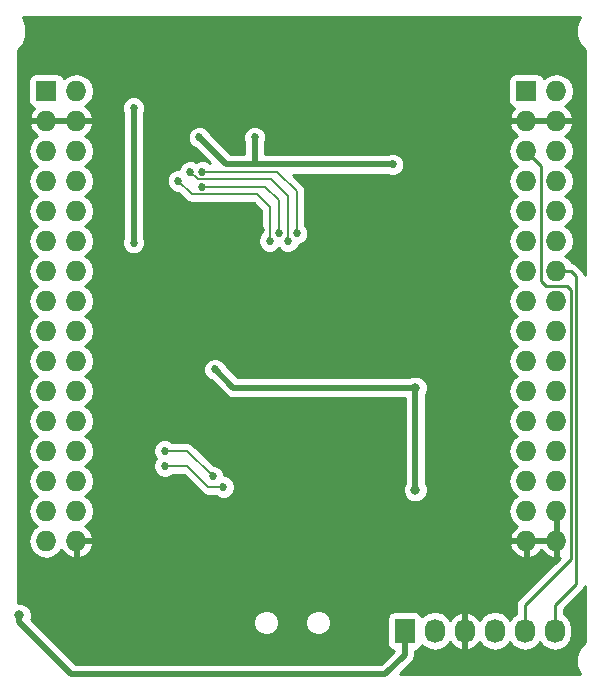
<source format=gbl>
G04 #@! TF.FileFunction,Copper,L2,Bot,Signal*
%FSLAX46Y46*%
G04 Gerber Fmt 4.6, Leading zero omitted, Abs format (unit mm)*
G04 Created by KiCad (PCBNEW 4.0.0-rc1-stable) date 10/23/2015 7:55:34 PM*
%MOMM*%
G01*
G04 APERTURE LIST*
%ADD10C,0.100000*%
%ADD11R,1.727200X2.032000*%
%ADD12O,1.727200X2.032000*%
%ADD13R,1.727200X1.727200*%
%ADD14O,1.727200X1.727200*%
%ADD15C,0.685800*%
%ADD16C,0.838200*%
%ADD17C,0.254000*%
%ADD18C,0.508000*%
%ADD19C,0.203200*%
G04 APERTURE END LIST*
D10*
D11*
X84963000Y-134620000D03*
D12*
X87503000Y-134620000D03*
X90043000Y-134620000D03*
X92583000Y-134620000D03*
X95123000Y-134620000D03*
X97663000Y-134620000D03*
D13*
X54610000Y-88900000D03*
D14*
X57150000Y-88900000D03*
X54610000Y-91440000D03*
X57150000Y-91440000D03*
X54610000Y-93980000D03*
X57150000Y-93980000D03*
X54610000Y-96520000D03*
X57150000Y-96520000D03*
X54610000Y-99060000D03*
X57150000Y-99060000D03*
X54610000Y-101600000D03*
X57150000Y-101600000D03*
X54610000Y-104140000D03*
X57150000Y-104140000D03*
X54610000Y-106680000D03*
X57150000Y-106680000D03*
X54610000Y-109220000D03*
X57150000Y-109220000D03*
X54610000Y-111760000D03*
X57150000Y-111760000D03*
X54610000Y-114300000D03*
X57150000Y-114300000D03*
X54610000Y-116840000D03*
X57150000Y-116840000D03*
X54610000Y-119380000D03*
X57150000Y-119380000D03*
X54610000Y-121920000D03*
X57150000Y-121920000D03*
X54610000Y-124460000D03*
X57150000Y-124460000D03*
X54610000Y-127000000D03*
X57150000Y-127000000D03*
D13*
X95250000Y-88900000D03*
D14*
X97790000Y-88900000D03*
X95250000Y-91440000D03*
X97790000Y-91440000D03*
X95250000Y-93980000D03*
X97790000Y-93980000D03*
X95250000Y-96520000D03*
X97790000Y-96520000D03*
X95250000Y-99060000D03*
X97790000Y-99060000D03*
X95250000Y-101600000D03*
X97790000Y-101600000D03*
X95250000Y-104140000D03*
X97790000Y-104140000D03*
X95250000Y-106680000D03*
X97790000Y-106680000D03*
X95250000Y-109220000D03*
X97790000Y-109220000D03*
X95250000Y-111760000D03*
X97790000Y-111760000D03*
X95250000Y-114300000D03*
X97790000Y-114300000D03*
X95250000Y-116840000D03*
X97790000Y-116840000D03*
X95250000Y-119380000D03*
X97790000Y-119380000D03*
X95250000Y-121920000D03*
X97790000Y-121920000D03*
X95250000Y-124460000D03*
X97790000Y-124460000D03*
X95250000Y-127000000D03*
X97790000Y-127000000D03*
D15*
X62103000Y-133350000D03*
X66675000Y-136906000D03*
X55245000Y-129921000D03*
X72771000Y-100711000D03*
X70866000Y-101854000D03*
X79756000Y-101727000D03*
X86868000Y-102743000D03*
X89027602Y-84852000D03*
X77038200Y-128066800D03*
X86487000Y-98044000D03*
X74563531Y-124079000D03*
X81588768Y-116150232D03*
X64055122Y-111331878D03*
X63317462Y-99750538D03*
X70204875Y-92837000D03*
X74295000Y-93091000D03*
X77167965Y-85217000D03*
X72263000Y-92837000D03*
X67564000Y-92837000D03*
X83947000Y-95123000D03*
X61999538Y-90320538D03*
X61999538Y-101750538D03*
X68882738Y-112473262D03*
D16*
X85852000Y-122682000D03*
X85852000Y-114046000D03*
X52324000Y-133306000D03*
D15*
X75819000Y-100965000D03*
X67818000Y-95758000D03*
X75057000Y-101600000D03*
X66802000Y-95758000D03*
X74295000Y-100965000D03*
X67818000Y-97028000D03*
X73533000Y-101600000D03*
X65786000Y-96520000D03*
X69596000Y-122428000D03*
X64653784Y-120650000D03*
X68707000Y-121539000D03*
X64633911Y-119380000D03*
D17*
X95250000Y-93980000D02*
X96520000Y-95250000D01*
X96520000Y-95250000D02*
X96520000Y-105029000D01*
X96520000Y-105029000D02*
X96901000Y-105410000D01*
X96901000Y-105410000D02*
X98679000Y-105410000D01*
X98679000Y-105410000D02*
X99060000Y-105791000D01*
X99060000Y-105791000D02*
X99060000Y-128524000D01*
X99060000Y-128524000D02*
X95123000Y-132461000D01*
X95123000Y-132461000D02*
X95123000Y-134620000D01*
D18*
X83947000Y-95123000D02*
X72290700Y-95123000D01*
X72290700Y-95123000D02*
X69850000Y-95123000D01*
X72263000Y-95095300D02*
X72290700Y-95123000D01*
X72263000Y-92837000D02*
X72263000Y-95095300D01*
X69850000Y-95123000D02*
X67564000Y-92837000D01*
X61999538Y-101750538D02*
X61999538Y-90320538D01*
X85852000Y-114046000D02*
X70455476Y-114046000D01*
X70455476Y-114046000D02*
X68882738Y-112473262D01*
X85852000Y-114638696D02*
X85852000Y-122682000D01*
X85852000Y-114046000D02*
X85852000Y-114638696D01*
X83312000Y-138303000D02*
X84963000Y-136652000D01*
X84963000Y-136652000D02*
X84963000Y-134620000D01*
X56728304Y-138303000D02*
X83312000Y-138303000D01*
X52324000Y-133306000D02*
X52324000Y-133898696D01*
X52324000Y-133898696D02*
X56728304Y-138303000D01*
D17*
X97790000Y-104140000D02*
X99011314Y-104140000D01*
X99466410Y-104595096D02*
X99466410Y-130657590D01*
X99011314Y-104140000D02*
X99466410Y-104595096D01*
X99466410Y-130657590D02*
X97663000Y-132461000D01*
X97663000Y-132461000D02*
X97663000Y-134620000D01*
X97790000Y-104140000D02*
X98552000Y-104140000D01*
D19*
X67818000Y-95758000D02*
X74168000Y-95758000D01*
X74168000Y-95758000D02*
X75819000Y-97409000D01*
X75819000Y-97409000D02*
X75819000Y-100965000D01*
X66802000Y-95758000D02*
X67437000Y-96393000D01*
X67437000Y-96393000D02*
X73660000Y-96393000D01*
X73660000Y-96393000D02*
X75057000Y-97790000D01*
X75057000Y-97790000D02*
X75057000Y-101600000D01*
X67818000Y-97028000D02*
X73152000Y-97028000D01*
X73152000Y-97028000D02*
X74295000Y-98171000D01*
X74295000Y-98171000D02*
X74295000Y-100965000D01*
X66929000Y-97663000D02*
X72466198Y-97663000D01*
X72466198Y-97663000D02*
X73533000Y-98729802D01*
X65786000Y-96520000D02*
X66929000Y-97663000D01*
X73533000Y-98729802D02*
X73533000Y-101600000D01*
X68326000Y-122428000D02*
X69596000Y-122428000D01*
X66548000Y-120650000D02*
X68326000Y-122428000D01*
X65138717Y-120650000D02*
X66548000Y-120650000D01*
X64653784Y-120650000D02*
X65138717Y-120650000D01*
X66548000Y-119380000D02*
X68707000Y-121539000D01*
X65118844Y-119380000D02*
X66548000Y-119380000D01*
X64633911Y-119380000D02*
X65118844Y-119380000D01*
D17*
G36*
X99465372Y-83393459D02*
X99464630Y-84242815D01*
X99788980Y-85027800D01*
X100203000Y-85442543D01*
X100203000Y-104467352D01*
X100170406Y-104303491D01*
X100005225Y-104056281D01*
X99550129Y-103601185D01*
X99498236Y-103566511D01*
X99302919Y-103436004D01*
X99088136Y-103393281D01*
X98879029Y-103080330D01*
X98564248Y-102870000D01*
X98879029Y-102659670D01*
X99203885Y-102173489D01*
X99317959Y-101600000D01*
X99203885Y-101026511D01*
X98879029Y-100540330D01*
X98564248Y-100330000D01*
X98879029Y-100119670D01*
X99203885Y-99633489D01*
X99317959Y-99060000D01*
X99203885Y-98486511D01*
X98879029Y-98000330D01*
X98564248Y-97790000D01*
X98879029Y-97579670D01*
X99203885Y-97093489D01*
X99317959Y-96520000D01*
X99203885Y-95946511D01*
X98879029Y-95460330D01*
X98564248Y-95250000D01*
X98879029Y-95039670D01*
X99203885Y-94553489D01*
X99317959Y-93980000D01*
X99203885Y-93406511D01*
X98879029Y-92920330D01*
X98555772Y-92704336D01*
X98678490Y-92646821D01*
X99072688Y-92214947D01*
X99244958Y-91799026D01*
X99123817Y-91567000D01*
X97917000Y-91567000D01*
X97917000Y-91587000D01*
X97663000Y-91587000D01*
X97663000Y-91567000D01*
X95377000Y-91567000D01*
X95377000Y-91587000D01*
X95123000Y-91587000D01*
X95123000Y-91567000D01*
X93916183Y-91567000D01*
X93795042Y-91799026D01*
X93967312Y-92214947D01*
X94361510Y-92646821D01*
X94484228Y-92704336D01*
X94160971Y-92920330D01*
X93836115Y-93406511D01*
X93722041Y-93980000D01*
X93836115Y-94553489D01*
X94160971Y-95039670D01*
X94475752Y-95250000D01*
X94160971Y-95460330D01*
X93836115Y-95946511D01*
X93722041Y-96520000D01*
X93836115Y-97093489D01*
X94160971Y-97579670D01*
X94475752Y-97790000D01*
X94160971Y-98000330D01*
X93836115Y-98486511D01*
X93722041Y-99060000D01*
X93836115Y-99633489D01*
X94160971Y-100119670D01*
X94475752Y-100330000D01*
X94160971Y-100540330D01*
X93836115Y-101026511D01*
X93722041Y-101600000D01*
X93836115Y-102173489D01*
X94160971Y-102659670D01*
X94475752Y-102870000D01*
X94160971Y-103080330D01*
X93836115Y-103566511D01*
X93722041Y-104140000D01*
X93836115Y-104713489D01*
X94160971Y-105199670D01*
X94475752Y-105410000D01*
X94160971Y-105620330D01*
X93836115Y-106106511D01*
X93722041Y-106680000D01*
X93836115Y-107253489D01*
X94160971Y-107739670D01*
X94475752Y-107950000D01*
X94160971Y-108160330D01*
X93836115Y-108646511D01*
X93722041Y-109220000D01*
X93836115Y-109793489D01*
X94160971Y-110279670D01*
X94475752Y-110490000D01*
X94160971Y-110700330D01*
X93836115Y-111186511D01*
X93722041Y-111760000D01*
X93836115Y-112333489D01*
X94160971Y-112819670D01*
X94475752Y-113030000D01*
X94160971Y-113240330D01*
X93836115Y-113726511D01*
X93722041Y-114300000D01*
X93836115Y-114873489D01*
X94160971Y-115359670D01*
X94475752Y-115570000D01*
X94160971Y-115780330D01*
X93836115Y-116266511D01*
X93722041Y-116840000D01*
X93836115Y-117413489D01*
X94160971Y-117899670D01*
X94475752Y-118110000D01*
X94160971Y-118320330D01*
X93836115Y-118806511D01*
X93722041Y-119380000D01*
X93836115Y-119953489D01*
X94160971Y-120439670D01*
X94475752Y-120650000D01*
X94160971Y-120860330D01*
X93836115Y-121346511D01*
X93722041Y-121920000D01*
X93836115Y-122493489D01*
X94160971Y-122979670D01*
X94475752Y-123190000D01*
X94160971Y-123400330D01*
X93836115Y-123886511D01*
X93722041Y-124460000D01*
X93836115Y-125033489D01*
X94160971Y-125519670D01*
X94484228Y-125735664D01*
X94361510Y-125793179D01*
X93967312Y-126225053D01*
X93795042Y-126640974D01*
X93916183Y-126873000D01*
X95123000Y-126873000D01*
X95123000Y-126853000D01*
X95377000Y-126853000D01*
X95377000Y-126873000D01*
X97663000Y-126873000D01*
X97663000Y-124587000D01*
X97643000Y-124587000D01*
X97643000Y-124333000D01*
X97663000Y-124333000D01*
X97663000Y-124313000D01*
X97917000Y-124313000D01*
X97917000Y-124333000D01*
X97937000Y-124333000D01*
X97937000Y-124587000D01*
X97917000Y-124587000D01*
X97917000Y-126873000D01*
X97937000Y-126873000D01*
X97937000Y-127127000D01*
X97917000Y-127127000D01*
X97917000Y-128334469D01*
X98084771Y-128421598D01*
X94584185Y-131922185D01*
X94419004Y-132169395D01*
X94361000Y-132461000D01*
X94361000Y-133176688D01*
X94063330Y-133375585D01*
X93853000Y-133690366D01*
X93642670Y-133375585D01*
X93156489Y-133050729D01*
X92583000Y-132936655D01*
X92009511Y-133050729D01*
X91523330Y-133375585D01*
X91316539Y-133685069D01*
X90945036Y-133269268D01*
X90417791Y-133015291D01*
X90402026Y-133012642D01*
X90170000Y-133133783D01*
X90170000Y-134493000D01*
X90190000Y-134493000D01*
X90190000Y-134747000D01*
X90170000Y-134747000D01*
X90170000Y-136106217D01*
X90402026Y-136227358D01*
X90417791Y-136224709D01*
X90945036Y-135970732D01*
X91316539Y-135554931D01*
X91523330Y-135864415D01*
X92009511Y-136189271D01*
X92583000Y-136303345D01*
X93156489Y-136189271D01*
X93642670Y-135864415D01*
X93853000Y-135549634D01*
X94063330Y-135864415D01*
X94549511Y-136189271D01*
X95123000Y-136303345D01*
X95696489Y-136189271D01*
X96182670Y-135864415D01*
X96393000Y-135549634D01*
X96603330Y-135864415D01*
X97089511Y-136189271D01*
X97663000Y-136303345D01*
X98236489Y-136189271D01*
X98722670Y-135864415D01*
X99047526Y-135378234D01*
X99161600Y-134804745D01*
X99161600Y-134435255D01*
X99047526Y-133861766D01*
X98722670Y-133375585D01*
X98425000Y-133176688D01*
X98425000Y-132776630D01*
X100005225Y-131196405D01*
X100170406Y-130949195D01*
X100203000Y-130785334D01*
X100203000Y-135537850D01*
X99791091Y-135949041D01*
X99465372Y-136733459D01*
X99464630Y-137582815D01*
X99762205Y-138303000D01*
X84569236Y-138303000D01*
X85591618Y-137280618D01*
X85784330Y-136992205D01*
X85852000Y-136652000D01*
X85852000Y-136278661D01*
X86061917Y-136239162D01*
X86278041Y-136100090D01*
X86423031Y-135887890D01*
X86431400Y-135846561D01*
X86443330Y-135864415D01*
X86929511Y-136189271D01*
X87503000Y-136303345D01*
X88076489Y-136189271D01*
X88562670Y-135864415D01*
X88769461Y-135554931D01*
X89140964Y-135970732D01*
X89668209Y-136224709D01*
X89683974Y-136227358D01*
X89916000Y-136106217D01*
X89916000Y-134747000D01*
X89896000Y-134747000D01*
X89896000Y-134493000D01*
X89916000Y-134493000D01*
X89916000Y-133133783D01*
X89683974Y-133012642D01*
X89668209Y-133015291D01*
X89140964Y-133269268D01*
X88769461Y-133685069D01*
X88562670Y-133375585D01*
X88076489Y-133050729D01*
X87503000Y-132936655D01*
X86929511Y-133050729D01*
X86443330Y-133375585D01*
X86433757Y-133389913D01*
X86429762Y-133368683D01*
X86290690Y-133152559D01*
X86078490Y-133007569D01*
X85826600Y-132956560D01*
X84099400Y-132956560D01*
X83864083Y-133000838D01*
X83647959Y-133139910D01*
X83502969Y-133352110D01*
X83451960Y-133604000D01*
X83451960Y-135636000D01*
X83496238Y-135871317D01*
X83635310Y-136087441D01*
X83847510Y-136232431D01*
X84074000Y-136278296D01*
X84074000Y-136283764D01*
X82943764Y-137414000D01*
X57096540Y-137414000D01*
X53793430Y-134110890D01*
X72153592Y-134110890D01*
X72318362Y-134509663D01*
X72623193Y-134815026D01*
X73021677Y-134980491D01*
X73453150Y-134980868D01*
X73851923Y-134816098D01*
X74157286Y-134511267D01*
X74322751Y-134112783D01*
X74322752Y-134110890D01*
X76552872Y-134110890D01*
X76717642Y-134509663D01*
X77022473Y-134815026D01*
X77420957Y-134980491D01*
X77852430Y-134980868D01*
X78251203Y-134816098D01*
X78556566Y-134511267D01*
X78722031Y-134112783D01*
X78722408Y-133681310D01*
X78557638Y-133282537D01*
X78252807Y-132977174D01*
X77854323Y-132811709D01*
X77422850Y-132811332D01*
X77024077Y-132976102D01*
X76718714Y-133280933D01*
X76553249Y-133679417D01*
X76552872Y-134110890D01*
X74322752Y-134110890D01*
X74323128Y-133681310D01*
X74158358Y-133282537D01*
X73853527Y-132977174D01*
X73455043Y-132811709D01*
X73023570Y-132811332D01*
X72624797Y-132976102D01*
X72319434Y-133280933D01*
X72153969Y-133679417D01*
X72153592Y-134110890D01*
X53793430Y-134110890D01*
X53325461Y-133642921D01*
X53377917Y-133516593D01*
X53378283Y-133097246D01*
X53218144Y-132709680D01*
X52921879Y-132412899D01*
X52534593Y-132252083D01*
X52197000Y-132251788D01*
X52197000Y-93980000D01*
X53082041Y-93980000D01*
X53196115Y-94553489D01*
X53520971Y-95039670D01*
X53835752Y-95250000D01*
X53520971Y-95460330D01*
X53196115Y-95946511D01*
X53082041Y-96520000D01*
X53196115Y-97093489D01*
X53520971Y-97579670D01*
X53835752Y-97790000D01*
X53520971Y-98000330D01*
X53196115Y-98486511D01*
X53082041Y-99060000D01*
X53196115Y-99633489D01*
X53520971Y-100119670D01*
X53835752Y-100330000D01*
X53520971Y-100540330D01*
X53196115Y-101026511D01*
X53082041Y-101600000D01*
X53196115Y-102173489D01*
X53520971Y-102659670D01*
X53835752Y-102870000D01*
X53520971Y-103080330D01*
X53196115Y-103566511D01*
X53082041Y-104140000D01*
X53196115Y-104713489D01*
X53520971Y-105199670D01*
X53835752Y-105410000D01*
X53520971Y-105620330D01*
X53196115Y-106106511D01*
X53082041Y-106680000D01*
X53196115Y-107253489D01*
X53520971Y-107739670D01*
X53835752Y-107950000D01*
X53520971Y-108160330D01*
X53196115Y-108646511D01*
X53082041Y-109220000D01*
X53196115Y-109793489D01*
X53520971Y-110279670D01*
X53835752Y-110490000D01*
X53520971Y-110700330D01*
X53196115Y-111186511D01*
X53082041Y-111760000D01*
X53196115Y-112333489D01*
X53520971Y-112819670D01*
X53835752Y-113030000D01*
X53520971Y-113240330D01*
X53196115Y-113726511D01*
X53082041Y-114300000D01*
X53196115Y-114873489D01*
X53520971Y-115359670D01*
X53835752Y-115570000D01*
X53520971Y-115780330D01*
X53196115Y-116266511D01*
X53082041Y-116840000D01*
X53196115Y-117413489D01*
X53520971Y-117899670D01*
X53835752Y-118110000D01*
X53520971Y-118320330D01*
X53196115Y-118806511D01*
X53082041Y-119380000D01*
X53196115Y-119953489D01*
X53520971Y-120439670D01*
X53835752Y-120650000D01*
X53520971Y-120860330D01*
X53196115Y-121346511D01*
X53082041Y-121920000D01*
X53196115Y-122493489D01*
X53520971Y-122979670D01*
X53835752Y-123190000D01*
X53520971Y-123400330D01*
X53196115Y-123886511D01*
X53082041Y-124460000D01*
X53196115Y-125033489D01*
X53520971Y-125519670D01*
X53835752Y-125730000D01*
X53520971Y-125940330D01*
X53196115Y-126426511D01*
X53082041Y-127000000D01*
X53196115Y-127573489D01*
X53520971Y-128059670D01*
X54007152Y-128384526D01*
X54580641Y-128498600D01*
X54639359Y-128498600D01*
X55212848Y-128384526D01*
X55699029Y-128059670D01*
X55879992Y-127788839D01*
X56261510Y-128206821D01*
X56790973Y-128454968D01*
X57023000Y-128334469D01*
X57023000Y-127127000D01*
X57277000Y-127127000D01*
X57277000Y-128334469D01*
X57509027Y-128454968D01*
X58038490Y-128206821D01*
X58432688Y-127774947D01*
X58604958Y-127359026D01*
X93795042Y-127359026D01*
X93967312Y-127774947D01*
X94361510Y-128206821D01*
X94890973Y-128454968D01*
X95123000Y-128334469D01*
X95123000Y-127127000D01*
X95377000Y-127127000D01*
X95377000Y-128334469D01*
X95609027Y-128454968D01*
X96138490Y-128206821D01*
X96520000Y-127788848D01*
X96901510Y-128206821D01*
X97430973Y-128454968D01*
X97663000Y-128334469D01*
X97663000Y-127127000D01*
X95377000Y-127127000D01*
X95123000Y-127127000D01*
X93916183Y-127127000D01*
X93795042Y-127359026D01*
X58604958Y-127359026D01*
X58483817Y-127127000D01*
X57277000Y-127127000D01*
X57023000Y-127127000D01*
X57003000Y-127127000D01*
X57003000Y-126873000D01*
X57023000Y-126873000D01*
X57023000Y-126853000D01*
X57277000Y-126853000D01*
X57277000Y-126873000D01*
X58483817Y-126873000D01*
X58604958Y-126640974D01*
X58432688Y-126225053D01*
X58038490Y-125793179D01*
X57915772Y-125735664D01*
X58239029Y-125519670D01*
X58563885Y-125033489D01*
X58677959Y-124460000D01*
X58563885Y-123886511D01*
X58239029Y-123400330D01*
X57924248Y-123190000D01*
X58239029Y-122979670D01*
X58563885Y-122493489D01*
X58677959Y-121920000D01*
X58563885Y-121346511D01*
X58239029Y-120860330D01*
X57924248Y-120650000D01*
X58239029Y-120439670D01*
X58563885Y-119953489D01*
X58639437Y-119573663D01*
X63655842Y-119573663D01*
X63804404Y-119933212D01*
X63895870Y-120024838D01*
X63825244Y-120095341D01*
X63676054Y-120454630D01*
X63675715Y-120843663D01*
X63824277Y-121203212D01*
X64099125Y-121478540D01*
X64458414Y-121627730D01*
X64847447Y-121628069D01*
X65206996Y-121479507D01*
X65300065Y-121386600D01*
X66242890Y-121386600D01*
X67805145Y-122948855D01*
X68044115Y-123108530D01*
X68326000Y-123164600D01*
X68949561Y-123164600D01*
X69041341Y-123256540D01*
X69400630Y-123405730D01*
X69789663Y-123406069D01*
X70149212Y-123257507D01*
X70424540Y-122982659D01*
X70573730Y-122623370D01*
X70574069Y-122234337D01*
X70425507Y-121874788D01*
X70150659Y-121599460D01*
X69791370Y-121450270D01*
X69684978Y-121450177D01*
X69685069Y-121345337D01*
X69536507Y-120985788D01*
X69261659Y-120710460D01*
X68902370Y-120561270D01*
X68770865Y-120561155D01*
X67068855Y-118859145D01*
X66829885Y-118699470D01*
X66548000Y-118643400D01*
X65280350Y-118643400D01*
X65188570Y-118551460D01*
X64829281Y-118402270D01*
X64440248Y-118401931D01*
X64080699Y-118550493D01*
X63805371Y-118825341D01*
X63656181Y-119184630D01*
X63655842Y-119573663D01*
X58639437Y-119573663D01*
X58677959Y-119380000D01*
X58563885Y-118806511D01*
X58239029Y-118320330D01*
X57924248Y-118110000D01*
X58239029Y-117899670D01*
X58563885Y-117413489D01*
X58677959Y-116840000D01*
X58563885Y-116266511D01*
X58239029Y-115780330D01*
X57924248Y-115570000D01*
X58239029Y-115359670D01*
X58563885Y-114873489D01*
X58677959Y-114300000D01*
X58563885Y-113726511D01*
X58239029Y-113240330D01*
X57924248Y-113030000D01*
X58239029Y-112819670D01*
X58341090Y-112666925D01*
X67904669Y-112666925D01*
X68053231Y-113026474D01*
X68328079Y-113301802D01*
X68543488Y-113391248D01*
X69826858Y-114674618D01*
X70115270Y-114867329D01*
X70455476Y-114935000D01*
X84963000Y-114935000D01*
X84963000Y-122080027D01*
X84958899Y-122084121D01*
X84798083Y-122471407D01*
X84797717Y-122890754D01*
X84957856Y-123278320D01*
X85254121Y-123575101D01*
X85641407Y-123735917D01*
X86060754Y-123736283D01*
X86448320Y-123576144D01*
X86745101Y-123279879D01*
X86905917Y-122892593D01*
X86906283Y-122473246D01*
X86746144Y-122085680D01*
X86741000Y-122080527D01*
X86741000Y-114647973D01*
X86745101Y-114643879D01*
X86905917Y-114256593D01*
X86906283Y-113837246D01*
X86746144Y-113449680D01*
X86449879Y-113152899D01*
X86062593Y-112992083D01*
X85643246Y-112991717D01*
X85255680Y-113151856D01*
X85250527Y-113157000D01*
X70823712Y-113157000D01*
X69800601Y-112133889D01*
X69712245Y-111920050D01*
X69437397Y-111644722D01*
X69078108Y-111495532D01*
X68689075Y-111495193D01*
X68329526Y-111643755D01*
X68054198Y-111918603D01*
X67905008Y-112277892D01*
X67904669Y-112666925D01*
X58341090Y-112666925D01*
X58563885Y-112333489D01*
X58677959Y-111760000D01*
X58563885Y-111186511D01*
X58239029Y-110700330D01*
X57924248Y-110490000D01*
X58239029Y-110279670D01*
X58563885Y-109793489D01*
X58677959Y-109220000D01*
X58563885Y-108646511D01*
X58239029Y-108160330D01*
X57924248Y-107950000D01*
X58239029Y-107739670D01*
X58563885Y-107253489D01*
X58677959Y-106680000D01*
X58563885Y-106106511D01*
X58239029Y-105620330D01*
X57924248Y-105410000D01*
X58239029Y-105199670D01*
X58563885Y-104713489D01*
X58677959Y-104140000D01*
X58563885Y-103566511D01*
X58239029Y-103080330D01*
X57924248Y-102870000D01*
X58239029Y-102659670D01*
X58563885Y-102173489D01*
X58677959Y-101600000D01*
X58563885Y-101026511D01*
X58239029Y-100540330D01*
X57924248Y-100330000D01*
X58239029Y-100119670D01*
X58563885Y-99633489D01*
X58677959Y-99060000D01*
X58563885Y-98486511D01*
X58239029Y-98000330D01*
X57924248Y-97790000D01*
X58239029Y-97579670D01*
X58563885Y-97093489D01*
X58677959Y-96520000D01*
X58563885Y-95946511D01*
X58239029Y-95460330D01*
X57924248Y-95250000D01*
X58239029Y-95039670D01*
X58563885Y-94553489D01*
X58677959Y-93980000D01*
X58563885Y-93406511D01*
X58239029Y-92920330D01*
X57915772Y-92704336D01*
X58038490Y-92646821D01*
X58432688Y-92214947D01*
X58604958Y-91799026D01*
X58483817Y-91567000D01*
X57277000Y-91567000D01*
X57277000Y-91587000D01*
X57023000Y-91587000D01*
X57023000Y-91567000D01*
X54737000Y-91567000D01*
X54737000Y-91587000D01*
X54483000Y-91587000D01*
X54483000Y-91567000D01*
X53276183Y-91567000D01*
X53155042Y-91799026D01*
X53327312Y-92214947D01*
X53721510Y-92646821D01*
X53844228Y-92704336D01*
X53520971Y-92920330D01*
X53196115Y-93406511D01*
X53082041Y-93980000D01*
X52197000Y-93980000D01*
X52197000Y-88036400D01*
X53098960Y-88036400D01*
X53098960Y-89763600D01*
X53143238Y-89998917D01*
X53282310Y-90215041D01*
X53494510Y-90360031D01*
X53588375Y-90379039D01*
X53327312Y-90665053D01*
X53155042Y-91080974D01*
X53276183Y-91313000D01*
X54483000Y-91313000D01*
X54483000Y-91293000D01*
X54737000Y-91293000D01*
X54737000Y-91313000D01*
X57023000Y-91313000D01*
X57023000Y-91293000D01*
X57277000Y-91293000D01*
X57277000Y-91313000D01*
X58483817Y-91313000D01*
X58604958Y-91080974D01*
X58432688Y-90665053D01*
X58294997Y-90514201D01*
X61021469Y-90514201D01*
X61110538Y-90729765D01*
X61110538Y-101341483D01*
X61021808Y-101555168D01*
X61021469Y-101944201D01*
X61170031Y-102303750D01*
X61444879Y-102579078D01*
X61804168Y-102728268D01*
X62193201Y-102728607D01*
X62552750Y-102580045D01*
X62828078Y-102305197D01*
X62977268Y-101945908D01*
X62977607Y-101556875D01*
X62888538Y-101341311D01*
X62888538Y-96713663D01*
X64807931Y-96713663D01*
X64956493Y-97073212D01*
X65231341Y-97348540D01*
X65590630Y-97497730D01*
X65722135Y-97497845D01*
X66408145Y-98183855D01*
X66647115Y-98343530D01*
X66929000Y-98399600D01*
X72161088Y-98399600D01*
X72796400Y-99034912D01*
X72796400Y-100953561D01*
X72704460Y-101045341D01*
X72555270Y-101404630D01*
X72554931Y-101793663D01*
X72703493Y-102153212D01*
X72978341Y-102428540D01*
X73337630Y-102577730D01*
X73726663Y-102578069D01*
X74086212Y-102429507D01*
X74295123Y-102220960D01*
X74502341Y-102428540D01*
X74861630Y-102577730D01*
X75250663Y-102578069D01*
X75610212Y-102429507D01*
X75885540Y-102154659D01*
X75973414Y-101943035D01*
X76012663Y-101943069D01*
X76372212Y-101794507D01*
X76647540Y-101519659D01*
X76796730Y-101160370D01*
X76797069Y-100771337D01*
X76648507Y-100411788D01*
X76555600Y-100318719D01*
X76555600Y-97409000D01*
X76499530Y-97127115D01*
X76339855Y-96888145D01*
X75463710Y-96012000D01*
X83537945Y-96012000D01*
X83751630Y-96100730D01*
X84140663Y-96101069D01*
X84500212Y-95952507D01*
X84775540Y-95677659D01*
X84924730Y-95318370D01*
X84925069Y-94929337D01*
X84776507Y-94569788D01*
X84501659Y-94294460D01*
X84142370Y-94145270D01*
X83753337Y-94144931D01*
X83537773Y-94234000D01*
X73152000Y-94234000D01*
X73152000Y-93246055D01*
X73240730Y-93032370D01*
X73241069Y-92643337D01*
X73092507Y-92283788D01*
X72817659Y-92008460D01*
X72458370Y-91859270D01*
X72069337Y-91858931D01*
X71709788Y-92007493D01*
X71434460Y-92282341D01*
X71285270Y-92641630D01*
X71284931Y-93030663D01*
X71374000Y-93246227D01*
X71374000Y-94234000D01*
X70218236Y-94234000D01*
X68481863Y-92497627D01*
X68393507Y-92283788D01*
X68118659Y-92008460D01*
X67759370Y-91859270D01*
X67370337Y-91858931D01*
X67010788Y-92007493D01*
X66735460Y-92282341D01*
X66586270Y-92641630D01*
X66585931Y-93030663D01*
X66734493Y-93390212D01*
X67009341Y-93665540D01*
X67224750Y-93754986D01*
X68491164Y-95021400D01*
X68464439Y-95021400D01*
X68372659Y-94929460D01*
X68013370Y-94780270D01*
X67624337Y-94779931D01*
X67309670Y-94909948D01*
X66997370Y-94780270D01*
X66608337Y-94779931D01*
X66248788Y-94928493D01*
X65973460Y-95203341D01*
X65832778Y-95542141D01*
X65592337Y-95541931D01*
X65232788Y-95690493D01*
X64957460Y-95965341D01*
X64808270Y-96324630D01*
X64807931Y-96713663D01*
X62888538Y-96713663D01*
X62888538Y-90729593D01*
X62977268Y-90515908D01*
X62977607Y-90126875D01*
X62829045Y-89767326D01*
X62554197Y-89491998D01*
X62194908Y-89342808D01*
X61805875Y-89342469D01*
X61446326Y-89491031D01*
X61170998Y-89765879D01*
X61021808Y-90125168D01*
X61021469Y-90514201D01*
X58294997Y-90514201D01*
X58038490Y-90233179D01*
X57915772Y-90175664D01*
X58239029Y-89959670D01*
X58563885Y-89473489D01*
X58677959Y-88900000D01*
X58563885Y-88326511D01*
X58370039Y-88036400D01*
X93738960Y-88036400D01*
X93738960Y-89763600D01*
X93783238Y-89998917D01*
X93922310Y-90215041D01*
X94134510Y-90360031D01*
X94228375Y-90379039D01*
X93967312Y-90665053D01*
X93795042Y-91080974D01*
X93916183Y-91313000D01*
X95123000Y-91313000D01*
X95123000Y-91293000D01*
X95377000Y-91293000D01*
X95377000Y-91313000D01*
X97663000Y-91313000D01*
X97663000Y-91293000D01*
X97917000Y-91293000D01*
X97917000Y-91313000D01*
X99123817Y-91313000D01*
X99244958Y-91080974D01*
X99072688Y-90665053D01*
X98678490Y-90233179D01*
X98555772Y-90175664D01*
X98879029Y-89959670D01*
X99203885Y-89473489D01*
X99317959Y-88900000D01*
X99203885Y-88326511D01*
X98879029Y-87840330D01*
X98392848Y-87515474D01*
X97819359Y-87401400D01*
X97760641Y-87401400D01*
X97187152Y-87515474D01*
X96721558Y-87826574D01*
X96716762Y-87801083D01*
X96577690Y-87584959D01*
X96365490Y-87439969D01*
X96113600Y-87388960D01*
X94386400Y-87388960D01*
X94151083Y-87433238D01*
X93934959Y-87572310D01*
X93789969Y-87784510D01*
X93738960Y-88036400D01*
X58370039Y-88036400D01*
X58239029Y-87840330D01*
X57752848Y-87515474D01*
X57179359Y-87401400D01*
X57120641Y-87401400D01*
X56547152Y-87515474D01*
X56081558Y-87826574D01*
X56076762Y-87801083D01*
X55937690Y-87584959D01*
X55725490Y-87439969D01*
X55473600Y-87388960D01*
X53746400Y-87388960D01*
X53511083Y-87433238D01*
X53294959Y-87572310D01*
X53149969Y-87784510D01*
X53098960Y-88036400D01*
X52197000Y-88036400D01*
X52197000Y-85442150D01*
X52608909Y-85030959D01*
X52934628Y-84246541D01*
X52935370Y-83397185D01*
X52637795Y-82677000D01*
X99762872Y-82677000D01*
X99465372Y-83393459D01*
X99465372Y-83393459D01*
G37*
X99465372Y-83393459D02*
X99464630Y-84242815D01*
X99788980Y-85027800D01*
X100203000Y-85442543D01*
X100203000Y-104467352D01*
X100170406Y-104303491D01*
X100005225Y-104056281D01*
X99550129Y-103601185D01*
X99498236Y-103566511D01*
X99302919Y-103436004D01*
X99088136Y-103393281D01*
X98879029Y-103080330D01*
X98564248Y-102870000D01*
X98879029Y-102659670D01*
X99203885Y-102173489D01*
X99317959Y-101600000D01*
X99203885Y-101026511D01*
X98879029Y-100540330D01*
X98564248Y-100330000D01*
X98879029Y-100119670D01*
X99203885Y-99633489D01*
X99317959Y-99060000D01*
X99203885Y-98486511D01*
X98879029Y-98000330D01*
X98564248Y-97790000D01*
X98879029Y-97579670D01*
X99203885Y-97093489D01*
X99317959Y-96520000D01*
X99203885Y-95946511D01*
X98879029Y-95460330D01*
X98564248Y-95250000D01*
X98879029Y-95039670D01*
X99203885Y-94553489D01*
X99317959Y-93980000D01*
X99203885Y-93406511D01*
X98879029Y-92920330D01*
X98555772Y-92704336D01*
X98678490Y-92646821D01*
X99072688Y-92214947D01*
X99244958Y-91799026D01*
X99123817Y-91567000D01*
X97917000Y-91567000D01*
X97917000Y-91587000D01*
X97663000Y-91587000D01*
X97663000Y-91567000D01*
X95377000Y-91567000D01*
X95377000Y-91587000D01*
X95123000Y-91587000D01*
X95123000Y-91567000D01*
X93916183Y-91567000D01*
X93795042Y-91799026D01*
X93967312Y-92214947D01*
X94361510Y-92646821D01*
X94484228Y-92704336D01*
X94160971Y-92920330D01*
X93836115Y-93406511D01*
X93722041Y-93980000D01*
X93836115Y-94553489D01*
X94160971Y-95039670D01*
X94475752Y-95250000D01*
X94160971Y-95460330D01*
X93836115Y-95946511D01*
X93722041Y-96520000D01*
X93836115Y-97093489D01*
X94160971Y-97579670D01*
X94475752Y-97790000D01*
X94160971Y-98000330D01*
X93836115Y-98486511D01*
X93722041Y-99060000D01*
X93836115Y-99633489D01*
X94160971Y-100119670D01*
X94475752Y-100330000D01*
X94160971Y-100540330D01*
X93836115Y-101026511D01*
X93722041Y-101600000D01*
X93836115Y-102173489D01*
X94160971Y-102659670D01*
X94475752Y-102870000D01*
X94160971Y-103080330D01*
X93836115Y-103566511D01*
X93722041Y-104140000D01*
X93836115Y-104713489D01*
X94160971Y-105199670D01*
X94475752Y-105410000D01*
X94160971Y-105620330D01*
X93836115Y-106106511D01*
X93722041Y-106680000D01*
X93836115Y-107253489D01*
X94160971Y-107739670D01*
X94475752Y-107950000D01*
X94160971Y-108160330D01*
X93836115Y-108646511D01*
X93722041Y-109220000D01*
X93836115Y-109793489D01*
X94160971Y-110279670D01*
X94475752Y-110490000D01*
X94160971Y-110700330D01*
X93836115Y-111186511D01*
X93722041Y-111760000D01*
X93836115Y-112333489D01*
X94160971Y-112819670D01*
X94475752Y-113030000D01*
X94160971Y-113240330D01*
X93836115Y-113726511D01*
X93722041Y-114300000D01*
X93836115Y-114873489D01*
X94160971Y-115359670D01*
X94475752Y-115570000D01*
X94160971Y-115780330D01*
X93836115Y-116266511D01*
X93722041Y-116840000D01*
X93836115Y-117413489D01*
X94160971Y-117899670D01*
X94475752Y-118110000D01*
X94160971Y-118320330D01*
X93836115Y-118806511D01*
X93722041Y-119380000D01*
X93836115Y-119953489D01*
X94160971Y-120439670D01*
X94475752Y-120650000D01*
X94160971Y-120860330D01*
X93836115Y-121346511D01*
X93722041Y-121920000D01*
X93836115Y-122493489D01*
X94160971Y-122979670D01*
X94475752Y-123190000D01*
X94160971Y-123400330D01*
X93836115Y-123886511D01*
X93722041Y-124460000D01*
X93836115Y-125033489D01*
X94160971Y-125519670D01*
X94484228Y-125735664D01*
X94361510Y-125793179D01*
X93967312Y-126225053D01*
X93795042Y-126640974D01*
X93916183Y-126873000D01*
X95123000Y-126873000D01*
X95123000Y-126853000D01*
X95377000Y-126853000D01*
X95377000Y-126873000D01*
X97663000Y-126873000D01*
X97663000Y-124587000D01*
X97643000Y-124587000D01*
X97643000Y-124333000D01*
X97663000Y-124333000D01*
X97663000Y-124313000D01*
X97917000Y-124313000D01*
X97917000Y-124333000D01*
X97937000Y-124333000D01*
X97937000Y-124587000D01*
X97917000Y-124587000D01*
X97917000Y-126873000D01*
X97937000Y-126873000D01*
X97937000Y-127127000D01*
X97917000Y-127127000D01*
X97917000Y-128334469D01*
X98084771Y-128421598D01*
X94584185Y-131922185D01*
X94419004Y-132169395D01*
X94361000Y-132461000D01*
X94361000Y-133176688D01*
X94063330Y-133375585D01*
X93853000Y-133690366D01*
X93642670Y-133375585D01*
X93156489Y-133050729D01*
X92583000Y-132936655D01*
X92009511Y-133050729D01*
X91523330Y-133375585D01*
X91316539Y-133685069D01*
X90945036Y-133269268D01*
X90417791Y-133015291D01*
X90402026Y-133012642D01*
X90170000Y-133133783D01*
X90170000Y-134493000D01*
X90190000Y-134493000D01*
X90190000Y-134747000D01*
X90170000Y-134747000D01*
X90170000Y-136106217D01*
X90402026Y-136227358D01*
X90417791Y-136224709D01*
X90945036Y-135970732D01*
X91316539Y-135554931D01*
X91523330Y-135864415D01*
X92009511Y-136189271D01*
X92583000Y-136303345D01*
X93156489Y-136189271D01*
X93642670Y-135864415D01*
X93853000Y-135549634D01*
X94063330Y-135864415D01*
X94549511Y-136189271D01*
X95123000Y-136303345D01*
X95696489Y-136189271D01*
X96182670Y-135864415D01*
X96393000Y-135549634D01*
X96603330Y-135864415D01*
X97089511Y-136189271D01*
X97663000Y-136303345D01*
X98236489Y-136189271D01*
X98722670Y-135864415D01*
X99047526Y-135378234D01*
X99161600Y-134804745D01*
X99161600Y-134435255D01*
X99047526Y-133861766D01*
X98722670Y-133375585D01*
X98425000Y-133176688D01*
X98425000Y-132776630D01*
X100005225Y-131196405D01*
X100170406Y-130949195D01*
X100203000Y-130785334D01*
X100203000Y-135537850D01*
X99791091Y-135949041D01*
X99465372Y-136733459D01*
X99464630Y-137582815D01*
X99762205Y-138303000D01*
X84569236Y-138303000D01*
X85591618Y-137280618D01*
X85784330Y-136992205D01*
X85852000Y-136652000D01*
X85852000Y-136278661D01*
X86061917Y-136239162D01*
X86278041Y-136100090D01*
X86423031Y-135887890D01*
X86431400Y-135846561D01*
X86443330Y-135864415D01*
X86929511Y-136189271D01*
X87503000Y-136303345D01*
X88076489Y-136189271D01*
X88562670Y-135864415D01*
X88769461Y-135554931D01*
X89140964Y-135970732D01*
X89668209Y-136224709D01*
X89683974Y-136227358D01*
X89916000Y-136106217D01*
X89916000Y-134747000D01*
X89896000Y-134747000D01*
X89896000Y-134493000D01*
X89916000Y-134493000D01*
X89916000Y-133133783D01*
X89683974Y-133012642D01*
X89668209Y-133015291D01*
X89140964Y-133269268D01*
X88769461Y-133685069D01*
X88562670Y-133375585D01*
X88076489Y-133050729D01*
X87503000Y-132936655D01*
X86929511Y-133050729D01*
X86443330Y-133375585D01*
X86433757Y-133389913D01*
X86429762Y-133368683D01*
X86290690Y-133152559D01*
X86078490Y-133007569D01*
X85826600Y-132956560D01*
X84099400Y-132956560D01*
X83864083Y-133000838D01*
X83647959Y-133139910D01*
X83502969Y-133352110D01*
X83451960Y-133604000D01*
X83451960Y-135636000D01*
X83496238Y-135871317D01*
X83635310Y-136087441D01*
X83847510Y-136232431D01*
X84074000Y-136278296D01*
X84074000Y-136283764D01*
X82943764Y-137414000D01*
X57096540Y-137414000D01*
X53793430Y-134110890D01*
X72153592Y-134110890D01*
X72318362Y-134509663D01*
X72623193Y-134815026D01*
X73021677Y-134980491D01*
X73453150Y-134980868D01*
X73851923Y-134816098D01*
X74157286Y-134511267D01*
X74322751Y-134112783D01*
X74322752Y-134110890D01*
X76552872Y-134110890D01*
X76717642Y-134509663D01*
X77022473Y-134815026D01*
X77420957Y-134980491D01*
X77852430Y-134980868D01*
X78251203Y-134816098D01*
X78556566Y-134511267D01*
X78722031Y-134112783D01*
X78722408Y-133681310D01*
X78557638Y-133282537D01*
X78252807Y-132977174D01*
X77854323Y-132811709D01*
X77422850Y-132811332D01*
X77024077Y-132976102D01*
X76718714Y-133280933D01*
X76553249Y-133679417D01*
X76552872Y-134110890D01*
X74322752Y-134110890D01*
X74323128Y-133681310D01*
X74158358Y-133282537D01*
X73853527Y-132977174D01*
X73455043Y-132811709D01*
X73023570Y-132811332D01*
X72624797Y-132976102D01*
X72319434Y-133280933D01*
X72153969Y-133679417D01*
X72153592Y-134110890D01*
X53793430Y-134110890D01*
X53325461Y-133642921D01*
X53377917Y-133516593D01*
X53378283Y-133097246D01*
X53218144Y-132709680D01*
X52921879Y-132412899D01*
X52534593Y-132252083D01*
X52197000Y-132251788D01*
X52197000Y-93980000D01*
X53082041Y-93980000D01*
X53196115Y-94553489D01*
X53520971Y-95039670D01*
X53835752Y-95250000D01*
X53520971Y-95460330D01*
X53196115Y-95946511D01*
X53082041Y-96520000D01*
X53196115Y-97093489D01*
X53520971Y-97579670D01*
X53835752Y-97790000D01*
X53520971Y-98000330D01*
X53196115Y-98486511D01*
X53082041Y-99060000D01*
X53196115Y-99633489D01*
X53520971Y-100119670D01*
X53835752Y-100330000D01*
X53520971Y-100540330D01*
X53196115Y-101026511D01*
X53082041Y-101600000D01*
X53196115Y-102173489D01*
X53520971Y-102659670D01*
X53835752Y-102870000D01*
X53520971Y-103080330D01*
X53196115Y-103566511D01*
X53082041Y-104140000D01*
X53196115Y-104713489D01*
X53520971Y-105199670D01*
X53835752Y-105410000D01*
X53520971Y-105620330D01*
X53196115Y-106106511D01*
X53082041Y-106680000D01*
X53196115Y-107253489D01*
X53520971Y-107739670D01*
X53835752Y-107950000D01*
X53520971Y-108160330D01*
X53196115Y-108646511D01*
X53082041Y-109220000D01*
X53196115Y-109793489D01*
X53520971Y-110279670D01*
X53835752Y-110490000D01*
X53520971Y-110700330D01*
X53196115Y-111186511D01*
X53082041Y-111760000D01*
X53196115Y-112333489D01*
X53520971Y-112819670D01*
X53835752Y-113030000D01*
X53520971Y-113240330D01*
X53196115Y-113726511D01*
X53082041Y-114300000D01*
X53196115Y-114873489D01*
X53520971Y-115359670D01*
X53835752Y-115570000D01*
X53520971Y-115780330D01*
X53196115Y-116266511D01*
X53082041Y-116840000D01*
X53196115Y-117413489D01*
X53520971Y-117899670D01*
X53835752Y-118110000D01*
X53520971Y-118320330D01*
X53196115Y-118806511D01*
X53082041Y-119380000D01*
X53196115Y-119953489D01*
X53520971Y-120439670D01*
X53835752Y-120650000D01*
X53520971Y-120860330D01*
X53196115Y-121346511D01*
X53082041Y-121920000D01*
X53196115Y-122493489D01*
X53520971Y-122979670D01*
X53835752Y-123190000D01*
X53520971Y-123400330D01*
X53196115Y-123886511D01*
X53082041Y-124460000D01*
X53196115Y-125033489D01*
X53520971Y-125519670D01*
X53835752Y-125730000D01*
X53520971Y-125940330D01*
X53196115Y-126426511D01*
X53082041Y-127000000D01*
X53196115Y-127573489D01*
X53520971Y-128059670D01*
X54007152Y-128384526D01*
X54580641Y-128498600D01*
X54639359Y-128498600D01*
X55212848Y-128384526D01*
X55699029Y-128059670D01*
X55879992Y-127788839D01*
X56261510Y-128206821D01*
X56790973Y-128454968D01*
X57023000Y-128334469D01*
X57023000Y-127127000D01*
X57277000Y-127127000D01*
X57277000Y-128334469D01*
X57509027Y-128454968D01*
X58038490Y-128206821D01*
X58432688Y-127774947D01*
X58604958Y-127359026D01*
X93795042Y-127359026D01*
X93967312Y-127774947D01*
X94361510Y-128206821D01*
X94890973Y-128454968D01*
X95123000Y-128334469D01*
X95123000Y-127127000D01*
X95377000Y-127127000D01*
X95377000Y-128334469D01*
X95609027Y-128454968D01*
X96138490Y-128206821D01*
X96520000Y-127788848D01*
X96901510Y-128206821D01*
X97430973Y-128454968D01*
X97663000Y-128334469D01*
X97663000Y-127127000D01*
X95377000Y-127127000D01*
X95123000Y-127127000D01*
X93916183Y-127127000D01*
X93795042Y-127359026D01*
X58604958Y-127359026D01*
X58483817Y-127127000D01*
X57277000Y-127127000D01*
X57023000Y-127127000D01*
X57003000Y-127127000D01*
X57003000Y-126873000D01*
X57023000Y-126873000D01*
X57023000Y-126853000D01*
X57277000Y-126853000D01*
X57277000Y-126873000D01*
X58483817Y-126873000D01*
X58604958Y-126640974D01*
X58432688Y-126225053D01*
X58038490Y-125793179D01*
X57915772Y-125735664D01*
X58239029Y-125519670D01*
X58563885Y-125033489D01*
X58677959Y-124460000D01*
X58563885Y-123886511D01*
X58239029Y-123400330D01*
X57924248Y-123190000D01*
X58239029Y-122979670D01*
X58563885Y-122493489D01*
X58677959Y-121920000D01*
X58563885Y-121346511D01*
X58239029Y-120860330D01*
X57924248Y-120650000D01*
X58239029Y-120439670D01*
X58563885Y-119953489D01*
X58639437Y-119573663D01*
X63655842Y-119573663D01*
X63804404Y-119933212D01*
X63895870Y-120024838D01*
X63825244Y-120095341D01*
X63676054Y-120454630D01*
X63675715Y-120843663D01*
X63824277Y-121203212D01*
X64099125Y-121478540D01*
X64458414Y-121627730D01*
X64847447Y-121628069D01*
X65206996Y-121479507D01*
X65300065Y-121386600D01*
X66242890Y-121386600D01*
X67805145Y-122948855D01*
X68044115Y-123108530D01*
X68326000Y-123164600D01*
X68949561Y-123164600D01*
X69041341Y-123256540D01*
X69400630Y-123405730D01*
X69789663Y-123406069D01*
X70149212Y-123257507D01*
X70424540Y-122982659D01*
X70573730Y-122623370D01*
X70574069Y-122234337D01*
X70425507Y-121874788D01*
X70150659Y-121599460D01*
X69791370Y-121450270D01*
X69684978Y-121450177D01*
X69685069Y-121345337D01*
X69536507Y-120985788D01*
X69261659Y-120710460D01*
X68902370Y-120561270D01*
X68770865Y-120561155D01*
X67068855Y-118859145D01*
X66829885Y-118699470D01*
X66548000Y-118643400D01*
X65280350Y-118643400D01*
X65188570Y-118551460D01*
X64829281Y-118402270D01*
X64440248Y-118401931D01*
X64080699Y-118550493D01*
X63805371Y-118825341D01*
X63656181Y-119184630D01*
X63655842Y-119573663D01*
X58639437Y-119573663D01*
X58677959Y-119380000D01*
X58563885Y-118806511D01*
X58239029Y-118320330D01*
X57924248Y-118110000D01*
X58239029Y-117899670D01*
X58563885Y-117413489D01*
X58677959Y-116840000D01*
X58563885Y-116266511D01*
X58239029Y-115780330D01*
X57924248Y-115570000D01*
X58239029Y-115359670D01*
X58563885Y-114873489D01*
X58677959Y-114300000D01*
X58563885Y-113726511D01*
X58239029Y-113240330D01*
X57924248Y-113030000D01*
X58239029Y-112819670D01*
X58341090Y-112666925D01*
X67904669Y-112666925D01*
X68053231Y-113026474D01*
X68328079Y-113301802D01*
X68543488Y-113391248D01*
X69826858Y-114674618D01*
X70115270Y-114867329D01*
X70455476Y-114935000D01*
X84963000Y-114935000D01*
X84963000Y-122080027D01*
X84958899Y-122084121D01*
X84798083Y-122471407D01*
X84797717Y-122890754D01*
X84957856Y-123278320D01*
X85254121Y-123575101D01*
X85641407Y-123735917D01*
X86060754Y-123736283D01*
X86448320Y-123576144D01*
X86745101Y-123279879D01*
X86905917Y-122892593D01*
X86906283Y-122473246D01*
X86746144Y-122085680D01*
X86741000Y-122080527D01*
X86741000Y-114647973D01*
X86745101Y-114643879D01*
X86905917Y-114256593D01*
X86906283Y-113837246D01*
X86746144Y-113449680D01*
X86449879Y-113152899D01*
X86062593Y-112992083D01*
X85643246Y-112991717D01*
X85255680Y-113151856D01*
X85250527Y-113157000D01*
X70823712Y-113157000D01*
X69800601Y-112133889D01*
X69712245Y-111920050D01*
X69437397Y-111644722D01*
X69078108Y-111495532D01*
X68689075Y-111495193D01*
X68329526Y-111643755D01*
X68054198Y-111918603D01*
X67905008Y-112277892D01*
X67904669Y-112666925D01*
X58341090Y-112666925D01*
X58563885Y-112333489D01*
X58677959Y-111760000D01*
X58563885Y-111186511D01*
X58239029Y-110700330D01*
X57924248Y-110490000D01*
X58239029Y-110279670D01*
X58563885Y-109793489D01*
X58677959Y-109220000D01*
X58563885Y-108646511D01*
X58239029Y-108160330D01*
X57924248Y-107950000D01*
X58239029Y-107739670D01*
X58563885Y-107253489D01*
X58677959Y-106680000D01*
X58563885Y-106106511D01*
X58239029Y-105620330D01*
X57924248Y-105410000D01*
X58239029Y-105199670D01*
X58563885Y-104713489D01*
X58677959Y-104140000D01*
X58563885Y-103566511D01*
X58239029Y-103080330D01*
X57924248Y-102870000D01*
X58239029Y-102659670D01*
X58563885Y-102173489D01*
X58677959Y-101600000D01*
X58563885Y-101026511D01*
X58239029Y-100540330D01*
X57924248Y-100330000D01*
X58239029Y-100119670D01*
X58563885Y-99633489D01*
X58677959Y-99060000D01*
X58563885Y-98486511D01*
X58239029Y-98000330D01*
X57924248Y-97790000D01*
X58239029Y-97579670D01*
X58563885Y-97093489D01*
X58677959Y-96520000D01*
X58563885Y-95946511D01*
X58239029Y-95460330D01*
X57924248Y-95250000D01*
X58239029Y-95039670D01*
X58563885Y-94553489D01*
X58677959Y-93980000D01*
X58563885Y-93406511D01*
X58239029Y-92920330D01*
X57915772Y-92704336D01*
X58038490Y-92646821D01*
X58432688Y-92214947D01*
X58604958Y-91799026D01*
X58483817Y-91567000D01*
X57277000Y-91567000D01*
X57277000Y-91587000D01*
X57023000Y-91587000D01*
X57023000Y-91567000D01*
X54737000Y-91567000D01*
X54737000Y-91587000D01*
X54483000Y-91587000D01*
X54483000Y-91567000D01*
X53276183Y-91567000D01*
X53155042Y-91799026D01*
X53327312Y-92214947D01*
X53721510Y-92646821D01*
X53844228Y-92704336D01*
X53520971Y-92920330D01*
X53196115Y-93406511D01*
X53082041Y-93980000D01*
X52197000Y-93980000D01*
X52197000Y-88036400D01*
X53098960Y-88036400D01*
X53098960Y-89763600D01*
X53143238Y-89998917D01*
X53282310Y-90215041D01*
X53494510Y-90360031D01*
X53588375Y-90379039D01*
X53327312Y-90665053D01*
X53155042Y-91080974D01*
X53276183Y-91313000D01*
X54483000Y-91313000D01*
X54483000Y-91293000D01*
X54737000Y-91293000D01*
X54737000Y-91313000D01*
X57023000Y-91313000D01*
X57023000Y-91293000D01*
X57277000Y-91293000D01*
X57277000Y-91313000D01*
X58483817Y-91313000D01*
X58604958Y-91080974D01*
X58432688Y-90665053D01*
X58294997Y-90514201D01*
X61021469Y-90514201D01*
X61110538Y-90729765D01*
X61110538Y-101341483D01*
X61021808Y-101555168D01*
X61021469Y-101944201D01*
X61170031Y-102303750D01*
X61444879Y-102579078D01*
X61804168Y-102728268D01*
X62193201Y-102728607D01*
X62552750Y-102580045D01*
X62828078Y-102305197D01*
X62977268Y-101945908D01*
X62977607Y-101556875D01*
X62888538Y-101341311D01*
X62888538Y-96713663D01*
X64807931Y-96713663D01*
X64956493Y-97073212D01*
X65231341Y-97348540D01*
X65590630Y-97497730D01*
X65722135Y-97497845D01*
X66408145Y-98183855D01*
X66647115Y-98343530D01*
X66929000Y-98399600D01*
X72161088Y-98399600D01*
X72796400Y-99034912D01*
X72796400Y-100953561D01*
X72704460Y-101045341D01*
X72555270Y-101404630D01*
X72554931Y-101793663D01*
X72703493Y-102153212D01*
X72978341Y-102428540D01*
X73337630Y-102577730D01*
X73726663Y-102578069D01*
X74086212Y-102429507D01*
X74295123Y-102220960D01*
X74502341Y-102428540D01*
X74861630Y-102577730D01*
X75250663Y-102578069D01*
X75610212Y-102429507D01*
X75885540Y-102154659D01*
X75973414Y-101943035D01*
X76012663Y-101943069D01*
X76372212Y-101794507D01*
X76647540Y-101519659D01*
X76796730Y-101160370D01*
X76797069Y-100771337D01*
X76648507Y-100411788D01*
X76555600Y-100318719D01*
X76555600Y-97409000D01*
X76499530Y-97127115D01*
X76339855Y-96888145D01*
X75463710Y-96012000D01*
X83537945Y-96012000D01*
X83751630Y-96100730D01*
X84140663Y-96101069D01*
X84500212Y-95952507D01*
X84775540Y-95677659D01*
X84924730Y-95318370D01*
X84925069Y-94929337D01*
X84776507Y-94569788D01*
X84501659Y-94294460D01*
X84142370Y-94145270D01*
X83753337Y-94144931D01*
X83537773Y-94234000D01*
X73152000Y-94234000D01*
X73152000Y-93246055D01*
X73240730Y-93032370D01*
X73241069Y-92643337D01*
X73092507Y-92283788D01*
X72817659Y-92008460D01*
X72458370Y-91859270D01*
X72069337Y-91858931D01*
X71709788Y-92007493D01*
X71434460Y-92282341D01*
X71285270Y-92641630D01*
X71284931Y-93030663D01*
X71374000Y-93246227D01*
X71374000Y-94234000D01*
X70218236Y-94234000D01*
X68481863Y-92497627D01*
X68393507Y-92283788D01*
X68118659Y-92008460D01*
X67759370Y-91859270D01*
X67370337Y-91858931D01*
X67010788Y-92007493D01*
X66735460Y-92282341D01*
X66586270Y-92641630D01*
X66585931Y-93030663D01*
X66734493Y-93390212D01*
X67009341Y-93665540D01*
X67224750Y-93754986D01*
X68491164Y-95021400D01*
X68464439Y-95021400D01*
X68372659Y-94929460D01*
X68013370Y-94780270D01*
X67624337Y-94779931D01*
X67309670Y-94909948D01*
X66997370Y-94780270D01*
X66608337Y-94779931D01*
X66248788Y-94928493D01*
X65973460Y-95203341D01*
X65832778Y-95542141D01*
X65592337Y-95541931D01*
X65232788Y-95690493D01*
X64957460Y-95965341D01*
X64808270Y-96324630D01*
X64807931Y-96713663D01*
X62888538Y-96713663D01*
X62888538Y-90729593D01*
X62977268Y-90515908D01*
X62977607Y-90126875D01*
X62829045Y-89767326D01*
X62554197Y-89491998D01*
X62194908Y-89342808D01*
X61805875Y-89342469D01*
X61446326Y-89491031D01*
X61170998Y-89765879D01*
X61021808Y-90125168D01*
X61021469Y-90514201D01*
X58294997Y-90514201D01*
X58038490Y-90233179D01*
X57915772Y-90175664D01*
X58239029Y-89959670D01*
X58563885Y-89473489D01*
X58677959Y-88900000D01*
X58563885Y-88326511D01*
X58370039Y-88036400D01*
X93738960Y-88036400D01*
X93738960Y-89763600D01*
X93783238Y-89998917D01*
X93922310Y-90215041D01*
X94134510Y-90360031D01*
X94228375Y-90379039D01*
X93967312Y-90665053D01*
X93795042Y-91080974D01*
X93916183Y-91313000D01*
X95123000Y-91313000D01*
X95123000Y-91293000D01*
X95377000Y-91293000D01*
X95377000Y-91313000D01*
X97663000Y-91313000D01*
X97663000Y-91293000D01*
X97917000Y-91293000D01*
X97917000Y-91313000D01*
X99123817Y-91313000D01*
X99244958Y-91080974D01*
X99072688Y-90665053D01*
X98678490Y-90233179D01*
X98555772Y-90175664D01*
X98879029Y-89959670D01*
X99203885Y-89473489D01*
X99317959Y-88900000D01*
X99203885Y-88326511D01*
X98879029Y-87840330D01*
X98392848Y-87515474D01*
X97819359Y-87401400D01*
X97760641Y-87401400D01*
X97187152Y-87515474D01*
X96721558Y-87826574D01*
X96716762Y-87801083D01*
X96577690Y-87584959D01*
X96365490Y-87439969D01*
X96113600Y-87388960D01*
X94386400Y-87388960D01*
X94151083Y-87433238D01*
X93934959Y-87572310D01*
X93789969Y-87784510D01*
X93738960Y-88036400D01*
X58370039Y-88036400D01*
X58239029Y-87840330D01*
X57752848Y-87515474D01*
X57179359Y-87401400D01*
X57120641Y-87401400D01*
X56547152Y-87515474D01*
X56081558Y-87826574D01*
X56076762Y-87801083D01*
X55937690Y-87584959D01*
X55725490Y-87439969D01*
X55473600Y-87388960D01*
X53746400Y-87388960D01*
X53511083Y-87433238D01*
X53294959Y-87572310D01*
X53149969Y-87784510D01*
X53098960Y-88036400D01*
X52197000Y-88036400D01*
X52197000Y-85442150D01*
X52608909Y-85030959D01*
X52934628Y-84246541D01*
X52935370Y-83397185D01*
X52637795Y-82677000D01*
X99762872Y-82677000D01*
X99465372Y-83393459D01*
M02*

</source>
